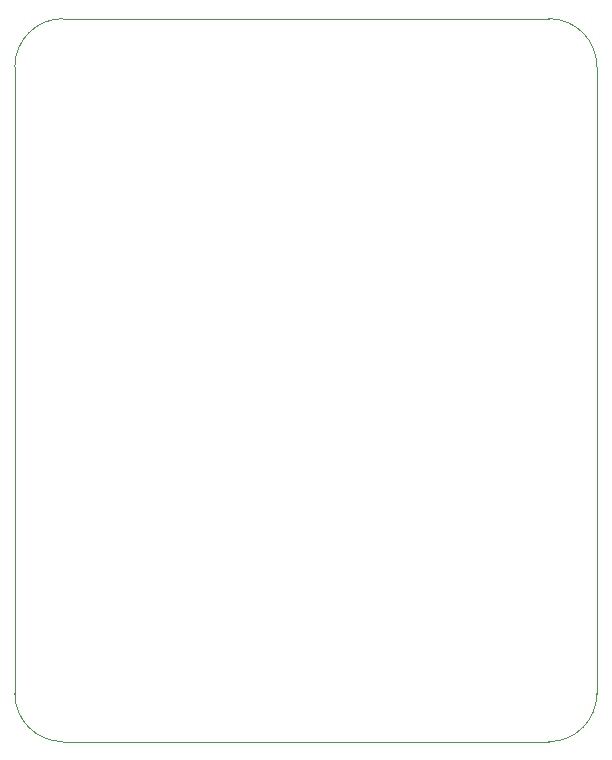
<source format=gm1>
G04 #@! TF.GenerationSoftware,KiCad,Pcbnew,(5.1.4)-1*
G04 #@! TF.CreationDate,2020-10-08T18:43:15-04:00*
G04 #@! TF.ProjectId,LapTimerBoard,4c617054-696d-4657-9242-6f6172642e6b,rev?*
G04 #@! TF.SameCoordinates,Original*
G04 #@! TF.FileFunction,Profile,NP*
%FSLAX46Y46*%
G04 Gerber Fmt 4.6, Leading zero omitted, Abs format (unit mm)*
G04 Created by KiCad (PCBNEW (5.1.4)-1) date 2020-10-08 18:43:15*
%MOMM*%
%LPD*%
G04 APERTURE LIST*
%ADD10C,0.050000*%
G04 APERTURE END LIST*
D10*
X97280017Y-127000000D02*
X97280017Y-140208000D01*
X97280017Y-87122000D02*
X97280017Y-127000000D01*
X142494000Y-83058000D02*
X101346000Y-83058000D01*
X97280017Y-87122000D02*
G75*
G02X101346000Y-83056017I4065983J0D01*
G01*
X101346000Y-144272000D02*
G75*
G02X97282000Y-140208000I0J4064000D01*
G01*
X142494000Y-144272000D02*
X101346000Y-144272000D01*
X146558000Y-140208000D02*
G75*
G02X142494000Y-144272000I-4064000J0D01*
G01*
X146558000Y-133604000D02*
X146558000Y-140208000D01*
X146558000Y-87122000D02*
X146558000Y-133604000D01*
X142494000Y-83058000D02*
G75*
G02X146558000Y-87122000I0J-4064000D01*
G01*
M02*

</source>
